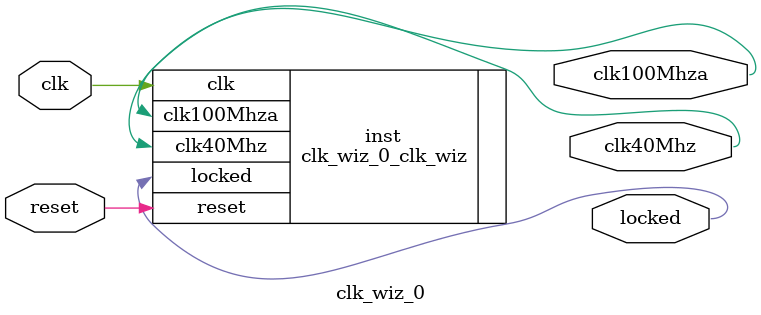
<source format=v>


`timescale 1ps/1ps

(* CORE_GENERATION_INFO = "clk_wiz_0,clk_wiz_v5_4_2_0,{component_name=clk_wiz_0,use_phase_alignment=true,use_min_o_jitter=false,use_max_i_jitter=false,use_dyn_phase_shift=false,use_inclk_switchover=false,use_dyn_reconfig=false,enable_axi=0,feedback_source=FDBK_AUTO,PRIMITIVE=MMCM,num_out_clk=2,clkin1_period=10.000,clkin2_period=10.000,use_power_down=false,use_reset=true,use_locked=true,use_inclk_stopped=false,feedback_type=SINGLE,CLOCK_MGR_TYPE=NA,manual_override=false}" *)

module clk_wiz_0 
 (
  // Clock out ports
  output        clk100Mhza,
  output        clk40Mhz,
  // Status and control signals
  input         reset,
  output        locked,
 // Clock in ports
  input         clk
 );

  clk_wiz_0_clk_wiz inst
  (
  // Clock out ports  
  .clk100Mhza(clk100Mhza),
  .clk40Mhz(clk40Mhz),
  // Status and control signals               
  .reset(reset), 
  .locked(locked),
 // Clock in ports
  .clk(clk)
  );

endmodule

</source>
